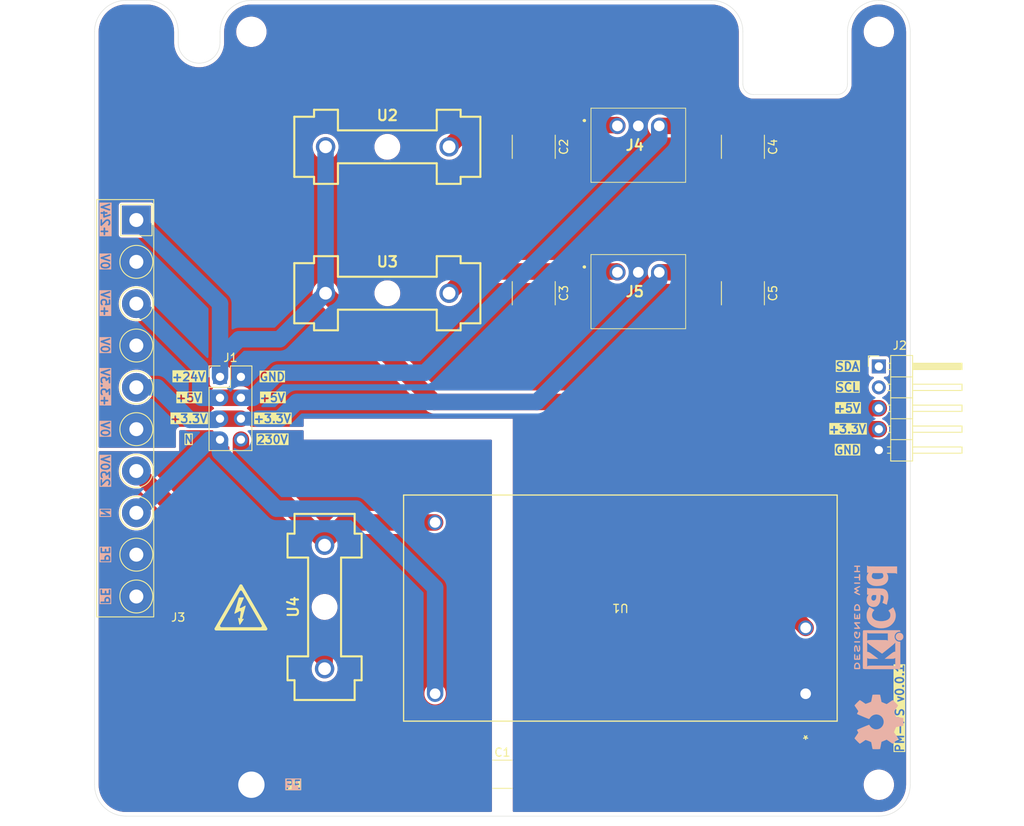
<source format=kicad_pcb>
(kicad_pcb (version 20240108) (generator "pcbnew") (generator_version "8.0")
  (title_block (title "${article} v${version}"))
  (layers (0 "F.Cu" signal) (31 "B.Cu" signal) (34 "B.Paste" user) (35 "F.Paste" user) (36 "B.SilkS" user "B.Silkscreen") (37 "F.SilkS" user "F.Silkscreen") (38 "B.Mask" user) (39 "F.Mask" user) (44 "Edge.Cuts" user))
  (property "article" "PM-PS")
  (property "version" "0.0.1")
  (net 0 "")
  (net 1 "GND")
  (net 4 "+5V")
  (net 5 "+3.3V")
  (net 6 "PE")
  (net 7 "230V")
  (net 8 "N")
  (net 9 "+24V")
  (net 10 "Net-(J4-VIN)")
  (net 11 "Net-(J5-VIN)")
  (net 12 "Net-(J3-Pin_7)")
  (footprint "kicad_inventree_lib:K7805-2000R3" (layer "F.Cu") (at 88.9 83.82)
    (property "Reference" "J5" (at 2.115 2.35 0) (layer "F.SilkS") (effects (font (size 1.27 1.27) (thickness 0.254))))
    (property "Value" "K7803-2000R3" (hide yes))
    (pad "1" thru_hole circle (at 0 0) (size 1.95 1.95) (drill 1.3) (layers "*.Cu" "*.Mask") (net 11 "Net-(J5-VIN)"))
    (pad "2" thru_hole circle (at 2.54 0) (size 1.95 1.95) (drill 1.3) (layers "*.Cu" "*.Mask") (net 1 "GND"))
    (pad "3" thru_hole circle (at 5.08 0) (size 1.95 1.95) (drill 1.3) (layers "*.Cu" "*.Mask") (net 5 "+3.3V"))
  )
  (footprint "MountingHole:MountingHole_3.2mm_M3" (layer "F.Cu") (at 120.65 146.05)
    (property "Reference" "H3" (hide yes))
    (property "Value" "MountingHole")
    (pad "" np_thru_hole circle (at 0 0) (size 3.2 3.2) (drill 3.2) (layers "*.Cu" "*.Mask"))
  )
  (footprint "kicad_inventree_lib:C_2220_5750Metric_Pad1.97x5.40mm_HandSolder" (layer "F.Cu") (at 78.74 86.36 -90)
    (property "Reference" "C3" (at 0 -3.65 90) (layer "F.SilkS"))
    (property "Value" "22uF")
    (pad "1" smd roundrect (at -2.6375 0 270) (size 1.975 5.4) (layers "F.Cu" "F.Paste" "F.Mask") (roundrect_rratio 0.126582) (net 11 "Net-(J5-VIN)"))
    (pad "2" smd roundrect (at 2.6375 0 270) (size 1.975 5.4) (layers "F.Cu" "F.Paste" "F.Mask") (roundrect_rratio 0.126582) (net 1 "GND"))
  )
  (footprint "kicad_inventree_lib:C_2220_5750Metric_Pad1.97x5.40mm_HandSolder" (layer "F.Cu") (at 104.14 86.36 -90)
    (property "Reference" "C5" (at 0 -3.65 90) (layer "F.SilkS"))
    (property "Value" "22uF")
    (pad "1" smd roundrect (at -2.6375 0 270) (size 1.975 5.4) (layers "F.Cu" "F.Paste" "F.Mask") (roundrect_rratio 0.126582) (net 5 "+3.3V"))
    (pad "2" smd roundrect (at 2.6375 0 270) (size 1.975 5.4) (layers "F.Cu" "F.Paste" "F.Mask") (roundrect_rratio 0.126582) (net 1 "GND"))
  )
  (footprint "kicad_inventree_lib:IRM-20-24_MWU" (layer "F.Cu") (at 111.76 135 180)
    (property "Reference" "U1" (at 22.500006 10.401698 180) (layer "F.SilkS"))
    (property "Value" "IRM-20-24")
    (fp_text user "*" (at 0 -5 180) (layer "F.SilkS"))
    (pad "1" thru_hole circle (at 0 0 180) (size 1.8034 1.8034) (drill 1.2954) (layers "*.Cu" "*.Mask") (net 1 "GND"))
    (pad "2" thru_hole circle (at 0 7.999999 180) (size 1.8034 1.8034) (drill 1.2954) (layers "*.Cu" "*.Mask") (net 9 "+24V"))
    (pad "3" thru_hole circle (at 45.000012 20.799999 180) (size 1.8034 1.8034) (drill 1.2954) (layers "*.Cu" "*.Mask") (net 7 "230V"))
    (pad "4" thru_hole circle (at 45.000012 0 180) (size 1.8034 1.8034) (drill 1.2954) (layers "*.Cu" "*.Mask") (net 8 "N"))
  )
  (footprint "kicad_inventree_lib:C_2220_5750Metric_Pad1.97x5.40mm_HandSolder" (layer "F.Cu") (at 104.14 68.58 -90)
    (property "Reference" "C4" (at 0 -3.65 90) (layer "F.SilkS"))
    (property "Value" "22uF")
    (pad "1" smd roundrect (at -2.6375 0 270) (size 1.975 5.4) (layers "F.Cu" "F.Paste" "F.Mask") (roundrect_rratio 0.126582) (net 4 "+5V"))
    (pad "2" smd roundrect (at 2.6375 0 270) (size 1.975 5.4) (layers "F.Cu" "F.Paste" "F.Mask") (roundrect_rratio 0.126582) (net 1 "GND"))
  )
  (footprint "Capacitor_SMD:C_1812_4532Metric_Pad1.57x3.40mm_HandSolder" (layer "F.Cu") (at 74.93 144.78)
    (property "Reference" "C1" (at 0 -2.65 0) (layer "F.SilkS"))
    (property "Value" "4.7nF 2kV")
    (pad "1" smd roundrect (at -2.1375 0) (size 1.575 3.4) (layers "F.Cu" "F.Paste" "F.Mask") (roundrect_rratio 0.15873) (net 6 "PE"))
    (pad "2" smd roundrect (at 2.1375 0) (size 1.575 3.4) (layers "F.Cu" "F.Paste" "F.Mask") (roundrect_rratio 0.15873) (net 1 "GND"))
  )
  (footprint "NextPCB:Fuseholder" (layer "F.Cu") (at 60.96 86.36)
    (property "Reference" "U3" (at 0 -3.81 0) (layer "F.SilkS") (effects (font (size 1.27 1.27) (thickness 0.254))))
    (property "Value" "64900001039" (hide yes))
    (pad "" np_thru_hole circle (at 0 0) (size 2.65 2.65) (drill 2.65) (layers "*.Cu" "*.Mask"))
    (pad "1" thru_hole circle (at -7.5 0) (size 2.35 2.35) (drill 1.55) (layers "*.Cu" "*.Mask") (net 9 "+24V"))
    (pad "2" thru_hole circle (at 7.5 0) (size 2.35 2.35) (drill 1.55) (layers "*.Cu" "*.Mask") (net 11 "Net-(J5-VIN)"))
  )
  (footprint "Connector_PinHeader_2.54mm:PinHeader_1x05_P2.54mm_Horizontal" (layer "F.Cu") (at 120.65 95.25)
    (property "Reference" "J2" (at 2.54 -2.54 0) (layer "F.SilkS"))
    (property "Value" "PinHeader_01x05_P2.54_THT_angle")
    (pad "1" thru_hole rect (at 0 0) (size 1.7 1.7) (drill 1) (layers "*.Cu" "*.Mask"))
    (pad "2" thru_hole oval (at 0 2.54) (size 1.7 1.7) (drill 1) (layers "*.Cu" "*.Mask"))
    (pad "3" thru_hole oval (at 0 5.08) (size 1.7 1.7) (drill 1) (layers "*.Cu" "*.Mask") (net 4 "+5V"))
    (pad "4" thru_hole oval (at 0 7.62) (size 1.7 1.7) (drill 1) (layers "*.Cu" "*.Mask") (net 5 "+3.3V"))
    (pad "5" thru_hole oval (at 0 10.16) (size 1.7 1.7) (drill 1) (layers "*.Cu" "*.Mask") (net 1 "GND"))
  )
  (footprint "NextPCB:Fuseholder" (layer "F.Cu") (at 53.34 124.46 90)
    (property "Reference" "U4" (at 0 -3.81 90) (layer "F.SilkS") (effects (font (size 1.27 1.27) (thickness 0.254))))
    (property "Value" "64900001039" (hide yes))
    (pad "" np_thru_hole circle (at 0 0 90) (size 2.65 2.65) (drill 2.65) (layers "*.Cu" "*.Mask"))
    (pad "1" thru_hole circle (at -7.5 0 90) (size 2.35 2.35) (drill 1.55) (layers "*.Cu" "*.Mask") (net 12 "Net-(J3-Pin_7)"))
    (pad "2" thru_hole circle (at 7.5 0 90) (size 2.35 2.35) (drill 1.55) (layers "*.Cu" "*.Mask") (net 7 "230V"))
  )
  (footprint "MountingHole:MountingHole_3.2mm_M3" (layer "F.Cu") (at 44.45 54.61)
    (property "Reference" "H1" (hide yes))
    (property "Value" "MountingHole")
    (pad "" np_thru_hole circle (at 0 0) (size 3.2 3.2) (drill 3.2) (layers "*.Cu" "*.Mask"))
  )
  (footprint "kicad_inventree_lib:symbol_high_voltage" (layer "F.Cu") (at 43.18 124.46)
    (property "Reference" "REF**" (hide yes))
    (property "Value" "symbol_high_voltage")
  )
  (footprint "kicad_inventree_lib:Degson_2EDGR-5.08-10P" (layer "F.Cu") (at 30.48 77.47 -90)
    (property "Reference" "J3" (at 48.26 -5.08 0) (layer "F.SilkS"))
    (property "Value" "2EDGR-5.08-10P" (hide yes))
    (pad "1" thru_hole rect (at 0 0 270) (size 3.5 3.5) (drill 1.7) (layers "*.Cu" "*.Mask") (net 9 "+24V"))
    (pad "2" thru_hole circle (at 5.08 0 270) (size 3.5 3.5) (drill 1.7) (layers "*.Cu" "*.Mask") (net 1 "GND"))
    (pad "3" thru_hole circle (at 10.16 0 270) (size 3.5 3.5) (drill 1.7) (layers "*.Cu" "*.Mask") (net 4 "+5V"))
    (pad "4" thru_hole circle (at 15.24 0 270) (size 3.5 3.5) (drill 1.7) (layers "*.Cu" "*.Mask") (net 1 "GND"))
    (pad "5" thru_hole circle (at 20.32 0 270) (size 3.5 3.5) (drill 1.7) (layers "*.Cu" "*.Mask") (net 5 "+3.3V"))
    (pad "6" thru_hole circle (at 25.4 0 270) (size 3.5 3.5) (drill 1.7) (layers "*.Cu" "*.Mask") (net 1 "GND"))
    (pad "7" thru_hole circle (at 30.48 0 270) (size 3.5 3.5) (drill 1.7) (layers "*.Cu" "*.Mask") (net 12 "Net-(J3-Pin_7)"))
    (pad "8" thru_hole circle (at 35.56 0 270) (size 3.5 3.5) (drill 1.7) (layers "*.Cu" "*.Mask") (net 8 "N"))
    (pad "9" thru_hole circle (at 40.64 0 270) (size 3.5 3.5) (drill 1.7) (layers "*.Cu" "*.Mask") (net 6 "PE"))
    (pad "10" thru_hole circle (at 45.72 0 270) (size 3.5 3.5) (drill 1.7) (layers "*.Cu" "*.Mask") (net 6 "PE"))
  )
  (footprint "kicad_inventree_lib:PM-front-02x04" (layer "F.Cu") (at 39.37 100.33)
    (property "Reference" "J1" (at 2.54 -6.14 0) (layer "F.SilkS"))
    (property "Value" "~")
    (pad "1" thru_hole rect (at 1.27 -3.81) (size 1.7 1.7) (drill 1) (layers "*.Cu" "*.Mask") (net 9 "+24V"))
    (pad "2" thru_hole oval (at 3.81 -3.81) (size 1.7 1.7) (drill 1) (layers "*.Cu" "*.Mask") (net 1 "GND"))
    (pad "3" thru_hole oval (at 1.27 -1.27) (size 1.7 1.7) (drill 1) (layers "*.Cu" "*.Mask") (net 4 "+5V"))
    (pad "4" thru_hole oval (at 3.81 -1.27) (size 1.7 1.7) (drill 1) (layers "*.Cu" "*.Mask") (net 4 "+5V"))
    (pad "5" thru_hole oval (at 1.27 1.27) (size 1.7 1.7) (drill 1) (layers "*.Cu" "*.Mask") (net 5 "+3.3V"))
    (pad "6" thru_hole oval (at 3.81 1.27) (size 1.7 1.7) (drill 1) (layers "*.Cu" "*.Mask") (net 5 "+3.3V"))
    (pad "7" thru_hole oval (at 1.27 3.81) (size 1.7 1.7) (drill 1) (layers "*.Cu" "*.Mask") (net 8 "N"))
    (pad "8" thru_hole oval (at 3.81 3.81) (size 1.7 1.7) (drill 1) (layers "*.Cu" "*.Mask") (net 7 "230V"))
  )
  (footprint "NextPCB:Fuseholder" (layer "F.Cu") (at 60.96 68.58)
    (property "Reference" "U2" (at 0 -3.81 0) (layer "F.SilkS") (effects (font (size 1.27 1.27) (thickness 0.254))))
    (property "Value" "64900001039" (hide yes))
    (pad "" np_thru_hole circle (at 0 0) (size 2.65 2.65) (drill 2.65) (layers "*.Cu" "*.Mask"))
    (pad "1" thru_hole circle (at -7.5 0) (size 2.35 2.35) (drill 1.55) (layers "*.Cu" "*.Mask") (net 9 "+24V"))
    (pad "2" thru_hole circle (at 7.5 0) (size 2.35 2.35) (drill 1.55) (layers "*.Cu" "*.Mask") (net 10 "Net-(J4-VIN)"))
  )
  (footprint "kicad_inventree_lib:PE" (layer "F.Cu") (at 44.45 146.05)
    (property "Reference" "PE1" (hide yes))
    (property "Value" "PE")
    (pad "1" thru_hole oval (at 0 0) (size 6.35 6.35) (drill 3.2) (layers "*.Cu" "*.Mask") (net 6 "PE"))
  )
  (footprint "kicad_inventree_lib:C_2220_5750Metric_Pad1.97x5.40mm_HandSolder" (layer "F.Cu") (at 78.74 68.58 -90)
    (property "Reference" "C2" (at 0 -3.65 90) (layer "F.SilkS"))
    (property "Value" "22uF")
    (pad "1" smd roundrect (at -2.6375 0 270) (size 1.975 5.4) (layers "F.Cu" "F.Paste" "F.Mask") (roundrect_rratio 0.126582) (net 10 "Net-(J4-VIN)"))
    (pad "2" smd roundrect (at 2.6375 0 270) (size 1.975 5.4) (layers "F.Cu" "F.Paste" "F.Mask") (roundrect_rratio 0.126582) (net 1 "GND"))
  )
  (footprint "kicad_inventree_lib:K7805-2000R3" (layer "F.Cu") (at 88.9 66.04)
    (property "Reference" "J4" (at 2.115 2.35 0) (layer "F.SilkS") (effects (font (size 1.27 1.27) (thickness 0.254))))
    (property "Value" "K7805-2000R3" (hide yes))
    (pad "1" thru_hole circle (at 0 0) (size 1.95 1.95) (drill 1.3) (layers "*.Cu" "*.Mask") (net 10 "Net-(J4-VIN)"))
    (pad "2" thru_hole circle (at 2.54 0) (size 1.95 1.95) (drill 1.3) (layers "*.Cu" "*.Mask") (net 1 "GND"))
    (pad "3" thru_hole circle (at 5.08 0) (size 1.95 1.95) (drill 1.3) (layers "*.Cu" "*.Mask") (net 4 "+5V"))
  )
  (footprint "MountingHole:MountingHole_3.2mm_M3" (layer "F.Cu") (at 120.65 54.61)
    (property "Reference" "H2" (hide yes))
    (property "Value" "MountingHole")
    (pad "" np_thru_hole circle (at 0 0) (size 3.2 3.2) (drill 3.2) (layers "*.Cu" "*.Mask"))
  )
  (footprint "Symbol:KiCad-Logo2_5mm_SilkScreen" (layer "B.Cu") (at 120.65 125.73 90)
    (property "Reference" "kicad_logo" (hide yes))
    (property "Value" "KiCad-Logo2_5mm_SilkScreen" (hide yes))
  )
  (footprint "Symbol:OSHW-Symbol_6.7x6mm_SilkScreen" (layer "B.Cu") (at 120.65 138.43 90)
    (property "Reference" "oshw_logo" (hide yes))
    (property "Value" "OSHW-Symbol_6.7x6mm_SilkScreen" (hide yes))
  )
  (gr_line (start 29.21 50.8) (end 31.75 50.8) (stroke (width 0.05)) (layer "Edge.Cuts"))
  (gr_arc (start 38.1 58.42) (mid 36.303949 57.676051) (end 35.56 55.88) (stroke (width 0.05)) (layer "Edge.Cuts"))
  (gr_arc (start 29.21 149.86) (mid 26.515923 148.744077) (end 25.4 146.05) (stroke (width 0.05)) (layer "Edge.Cuts"))
  (gr_arc (start 31.75 50.8) (mid 34.444077 51.915923) (end 35.56 54.61) (stroke (width 0.05)) (layer "Edge.Cuts"))
  (gr_arc (start 25.4 54.61) (mid 26.515923 51.915923) (end 29.21 50.8) (stroke (width 0.05)) (layer "Edge.Cuts"))
  (gr_arc (start 40.64 54.61) (mid 41.755923 51.915923) (end 44.45 50.8) (stroke (width 0.05)) (layer "Edge.Cuts"))
  (gr_arc (start 116.84 60.96) (mid 116.468026 61.858026) (end 115.57 62.23) (stroke (width 0.05)) (layer "Edge.Cuts"))
  (gr_arc (start 116.84 54.61) (mid 117.955923 51.915923) (end 120.65 50.8) (stroke (width 0.05)) (layer "Edge.Cuts"))
  (gr_line (start 116.84 54.61) (end 116.84 60.96) (stroke (width 0.05)) (layer "Edge.Cuts"))
  (gr_line (start 25.4 146.05) (end 25.4 54.61) (stroke (width 0.05)) (layer "Edge.Cuts"))
  (gr_arc (start 40.64 55.88) (mid 39.896051 57.676051) (end 38.1 58.42) (stroke (width 0.05)) (layer "Edge.Cuts"))
  (gr_line (start 120.65 149.86) (end 29.21 149.86) (stroke (width 0.05)) (layer "Edge.Cuts"))
  (gr_arc (start 105.41 62.23) (mid 104.511974 61.858026) (end 104.14 60.96) (stroke (width 0.05)) (layer "Edge.Cuts"))
  (gr_line (start 124.46 54.61) (end 124.46 146.05) (stroke (width 0.05)) (layer "Edge.Cuts"))
  (gr_arc (start 100.33 50.8) (mid 103.024077 51.915923) (end 104.14 54.61) (stroke (width 0.05)) (layer "Edge.Cuts"))
  (gr_arc (start 120.65 50.8) (mid 123.344077 51.915923) (end 124.46 54.61) (stroke (width 0.05)) (layer "Edge.Cuts"))
  (gr_line (start 35.56 55.88) (end 35.56 54.61) (stroke (width 0.05)) (layer "Edge.Cuts"))
  (gr_line (start 105.41 62.23) (end 115.57 62.23) (stroke (width 0.05)) (layer "Edge.Cuts"))
  (gr_arc (start 124.46 146.05) (mid 123.344077 148.744077) (end 120.65 149.86) (stroke (width 0.05)) (layer "Edge.Cuts"))
  (gr_line (start 104.14 54.61) (end 104.14 60.96) (stroke (width 0.05)) (layer "Edge.Cuts"))
  (gr_line (start 40.64 54.61) (end 40.64 55.88) (stroke (width 0.05)) (layer "Edge.Cuts"))
  (gr_line (start 44.45 50.8) (end 100.33 50.8) (stroke (width 0.05)) (layer "Edge.Cuts"))
  (gr_text "N" (at 26.67 113.03 270) (layer "B.SilkS" knockout) (effects (font (size 1 1) (thickness 0.2) (bold yes)) (justify mirror)))
  (gr_text "0V" (at 26.67 102.87 270) (layer "B.SilkS" knockout) (effects (font (size 1 1) (thickness 0.2) (bold yes)) (justify mirror)))
  (gr_text "PE" (at 49.53 146.05 -0) (layer "B.SilkS" knockout) (effects (font (size 1 1) (thickness 0.2) (bold yes)) (justify mirror)))
  (gr_text "0V" (at 26.67 92.71 270) (layer "B.SilkS" knockout) (effects (font (size 1 1) (thickness 0.2) (bold yes)) (justify mirror)))
  (gr_text "+24V" (at 26.67 77.47 270) (layer "B.SilkS" knockout) (effects (font (size 1 1) (thickness 0.2) (bold yes)) (justify mirror)))
  (gr_text "PE" (at 26.67 118.11 270) (layer "B.SilkS" knockout) (effects (font (size 1 1) (thickness 0.2) (bold yes)) (justify mirror)))
  (gr_text "0V" (at 26.67 82.55 270) (layer "B.SilkS" knockout) (effects (font (size 1 1) (thickness 0.2) (bold yes)) (justify mirror)))
  (gr_text "+5V" (at 26.67 87.63 270) (layer "B.SilkS" knockout) (effects (font (size 1 1) (thickness 0.2) (bold yes)) (justify mirror)))
  (gr_text "+3.3V" (at 26.67 97.79 270) (layer "B.SilkS" knockout) (effects (font (size 1 1) (thickness 0.2) (bold yes)) (justify mirror)))
  (gr_text "PE" (at 26.67 123.19 270) (layer "B.SilkS" knockout) (effects (font (size 1 1) (thickness 0.2) (bold yes)) (justify mirror)))
  (gr_text "230V" (at 26.67 107.95 270) (layer "B.SilkS" knockout) (effects (font (size 1 1) (thickness 0.2) (bold yes)) (justify mirror)))
  (gr_text "+24V" (at 36.83 96.52 0) (layer "F.SilkS" knockout) (effects (font (size 1 1) (thickness 0.2) (bold yes))))
  (gr_text "${article} v${version}" (at 123.19 142.24 90) (layer "F.SilkS" knockout) (effects (font (size 1 1) (thickness 0.2) (bold yes)) (justify left)))
  (gr_text "+3.3V" (at 36.83 101.6 0) (layer "F.SilkS" knockout) (effects (font (size 1 1) (thickness 0.2) (bold yes))))
  (gr_text "GND" (at 116.84 105.41 0) (layer "F.SilkS" knockout) (effects (font (size 1 1) (thickness 0.2) (bold yes))))
  (gr_text "230V" (at 46.99 104.14 0) (layer "F.SilkS" knockout) (effects (font (size 1 1) (thickness 0.2) (bold yes))))
  (gr_text "+3.3V" (at 116.84 102.87 0) (layer "F.SilkS" knockout) (effects (font (size 1 1) (thickness 0.2) (bold yes))))
  (gr_text "PE" (at 49.53 146.05 0) (layer "F.SilkS" knockout) (effects (font (size 1 1) (thickness 0.2) (bold yes))))
  (gr_text "SDA" (at 116.84 95.25 0) (layer "F.SilkS" knockout) (effects (font (size 1 1) (thickness 0.2) (bold yes))))
  (gr_text "N" (at 36.83 104.14 0) (layer "F.SilkS" knockout) (effects (font (size 1 1) (thickness 0.2) (bold yes))))
  (gr_text "+3.3V" (at 46.99 101.6 0) (layer "F.SilkS" knockout) (effects (font (size 1 1) (thickness 0.2) (bold yes))))
  (gr_text "GND" (at 46.99 96.52 0) (layer "F.SilkS" knockout) (effects (font (size 1 1) (thickness 0.2) (bold yes))))
  (gr_text "+5V" (at 36.83 99.06 0) (layer "F.SilkS" knockout) (effects (font (size 1 1) (thickness 0.2) (bold yes))))
  (gr_text "SCL" (at 116.84 97.79 0) (layer "F.SilkS" knockout) (effects (font (size 1 1) (thickness 0.2) (bold yes))))
  (gr_text "+5V" (at 46.99 99.06 0) (layer "F.SilkS" knockout) (effects (font (size 1 1) (thickness 0.2) (bold yes))))
  (gr_text "+5V" (at 116.84 100.33 0) (layer "F.SilkS" knockout) (effects (font (size 1 1) (thickness 0.2) (bold yes))))
  (segment (start 113.03 72.644) (end 113.03 94.742) (width 2) (layer "F.Cu") (net 4))
  (segment (start 113.03 94.742) (end 118.618 100.33) (width 2) (layer "F.Cu") (net 4))
  (segment (start 104.0425 66.04) (end 104.14 65.9425) (width 2) (layer "F.Cu") (net 4))
  (segment (start 104.14 65.9425) (end 106.3285 65.9425) (width 2) (layer "F.Cu") (net 4))
  (segment (start 93.98 66.04) (end 104.0425 66.04) (width 2) (layer "F.Cu") (net 4))
  (segment (start 106.3285 65.9425) (end 113.03 72.644) (width 2) (layer "F.Cu") (net 4))
  (segment (start 43.18 99.06) (end 40.64 99.06) (width 2) (layer "F.Cu") (net 4))
  (segment (start 118.618 100.33) (end 120.65 100.33) (width 2) (layer "F.Cu") (net 4))
  (segment (start 47.68776 96.012) (end 65.532 96.012) (width 2) (layer "B.Cu") (net 4))
  (segment (start 43.18 99.06) (end 44.63976 99.06) (width 2) (layer "B.Cu") (net 4))
  (segment (start 44.63976 99.06) (end 47.68776 96.012) (width 2) (layer "B.Cu") (net 4))
  (segment (start 40.64 99.06) (end 38.3883 99.06) (width 2) (layer "B.Cu") (net 4))
  (segment (start 30.48 87.63) (end 38.2383 95.3883) (width 2) (layer "B.Cu") (net 4))
  (segment (start 65.532 96.012) (end 93.98 67.564) (width 2) (layer "B.Cu") (net 4))
  (segment (start 38.2383 95.3883) (end 38.2383 98.91) (width 2) (layer "B.Cu") (net 4))
  (segment (start 93.98 67.564) (end 93.98 66.04) (width 2) (layer "B.Cu") (net 4))
  (segment (start 38.2383 98.91) (end 38.3883 99.06) (width 2) (layer "B.Cu") (net 4))
  (segment (start 120.65 102.87) (end 116.078 102.87) (width 2) (layer "F.Cu") (net 5))
  (segment (start 93.98 83.82) (end 104.0425 83.82) (width 2) (layer "F.Cu") (net 5))
  (segment (start 106.3285 83.7225) (end 104.14 83.7225) (width 2) (layer "F.Cu") (net 5))
  (segment (start 109.982 87.376) (end 106.3285 83.7225) (width 2) (layer "F.Cu") (net 5))
  (segment (start 43.18 101.6) (end 40.64 101.6) (width 2) (layer "F.Cu") (net 5))
  (segment (start 116.078 102.87) (end 109.982 96.774) (width 2) (layer "F.Cu") (net 5))
  (segment (start 104.0425 83.82) (end 104.14 83.7225) (width 2) (layer "F.Cu") (net 5))
  (segment (start 109.982 96.774) (end 109.982 87.376) (width 2) (layer "F.Cu") (net 5))
  (segment (start 40.1382 101.7398) (end 40.278 101.6) (width 1.6998) (layer "B.Cu") (net 5))
  (segment (start 40.64 101.6) (end 40.278 101.6) (width 2) (layer "B.Cu") (net 5))
  (segment (start 36.9712 101.7398) (end 33.0214 97.79) (width 2) (layer "B.Cu") (net 5))
  (segment (start 49.9458 99.568) (end 47.9138 101.6) (width 2) (layer "B.Cu") (net 5))
  (segment (start 47.9138 101.6) (end 45.2816 101.6) (width 2) (layer "B.Cu") (net 5))
  (segment (start 93.98 83.82) (end 93.98 84.7051) (width 2) (layer "B.Cu") (net 5))
  (segment (start 79.1171 99.568) (end 49.9458 99.568) (width 2) (layer "B.Cu") (net 5))
  (segment (start 36.9712 101.7398) (end 40.1382 101.7398) (width 2) (layer "B.Cu") (net 5))
  (segment (start 33.0214 97.79) (end 30.48 97.79) (width 2) (layer "B.Cu") (net 5))
  (segment (start 93.98 84.7051) (end 79.1171 99.568) (width 2) (layer "B.Cu") (net 5))
  (segment (start 45.2816 101.6) (end 43.18 101.6) (width 1.6998) (layer "B.Cu") (net 5))
  (segment (start 55.6917 114.2) (end 53.34 116.5517) (width 2) (layer "F.Cu") (net 7))
  (segment (start 66.76 114.2) (end 55.6917 114.2) (width 2) (layer "F.Cu") (net 7))
  (segment (start 43.18 104.14) (end 43.18 106.3917) (width 2) (layer "F.Cu") (net 7))
  (segment (start 43.18 106.3917) (end 53.34 116.5517) (width 2) (layer "F.Cu") (net 7))
  (segment (start 53.34 116.5517) (end 53.34 116.96) (width 2) (layer "F.Cu") (net 7))
  (segment (start 40.64 104.14) (end 39.37 104.14) (width 2) (layer "B.Cu") (net 8))
  (segment (start 57.15 112.522) (end 47.498 112.522) (width 2) (layer "B.Cu") (net 8))
  (segment (start 38.108 105.402) (end 30.48 113.03) (width 2) (layer "B.Cu") (net 8))
  (segment (start 66.76 122.132) (end 57.15 112.522) (width 2) (layer "B.Cu") (net 8))
  (segment (start 66.76 135) (end 66.76 122.132) (width 2) (layer "B.Cu") (net 8))
  (segment (start 39.37 104.14) (end 38.108 105.402) (width 2) (layer "B.Cu") (net 8))
  (segment (start 40.64 105.664) (end 40.64 104.14) (width 2) (layer "B.Cu") (net 8))
  (segment (start 47.498 112.522) (end 40.64 105.664) (width 2) (layer "B.Cu") (net 8))
  (segment (start 111.76 127) (end 84.328 99.568) (width 2) (layer "F.Cu") (net 9))
  (segment (start 84.328 99.568) (end 66.668 99.568) (width 2) (layer "F.Cu") (net 9))
  (segment (start 66.668 99.568) (end 53.46 86.36) (width 2) (layer "F.Cu") (net 9))
  (segment (start 53.46 68.58) (end 53.46 86.36) (width 2) (layer "B.Cu") (net 9))
  (segment (start 40.64 87.63) (end 30.48 77.47) (width 2) (layer "B.Cu") (net 9))
  (segment (start 47.872 91.948) (end 53.46 86.36) (width 2) (layer "B.Cu") (net 9))
  (segment (start 40.64 96.52) (end 40.64 94.2683) (width 2) (layer "B.Cu") (net 9))
  (segment (start 42.9603 91.948) (end 47.872 91.948) (width 2) (layer "B.Cu") (net 9))
  (segment (start 40.64 94.2683) (end 42.9603 91.948) (width 2) (layer "B.Cu") (net 9))
  (segment (start 40.64 94.2683) (end 40.64 87.63) (width 2) (layer "B.Cu") (net 9))
  (segment (start 88.8025 65.9425) (end 78.74 65.9425) (width 2) (layer "F.Cu") (net 10))
  (segment (start 78.74 65.9425) (end 71.0975 65.9425) (width 2) (layer "F.Cu") (net 10))
  (segment (start 71.0975 65.9425) (end 68.46 68.58) (width 2) (layer "F.Cu") (net 10))
  (segment (start 88.9 66.04) (end 88.8025 65.9425) (width 2) (layer "F.Cu") (net 10))
  (segment (start 88.8025 83.7225) (end 78.74 83.7225) (width 2) (layer "F.Cu") (net 11))
  (segment (start 78.74 83.7225) (end 71.0975 83.7225) (width 2) (layer "F.Cu") (net 11))
  (segment (start 71.0975 83.7225) (end 68.46 86.36) (width 2) (layer "F.Cu") (net 11))
  (segment (start 88.9 83.82) (end 88.8025 83.7225) (width 2) (layer "F.Cu") (net 11))
  (segment (start 30.48 107.95) (end 53.34 130.81) (width 2) (layer "F.Cu") (net 12))
  (segment (start 53.34 130.81) (end 53.34 131.96) (width 2) (layer "F.Cu") (net 12))
  (zone (net 6) (net_name "PE") (layers "F&B.Cu") (priority 1) (connect_pads yes (clearance 0)) (min_thickness 0.25) (fill yes (thermal_gap 0.5) (thermal_bridge_width 0.5))
    (polygon (pts (xy 73.66 149.86) (xy 73.66 104.14) (xy 50.8 104.14) (xy 50.8 102.997) (xy 35.687 102.997) (xy 35.687 105.537) (xy 25.4 105.537) (xy 25.4 149.86)))
  )
  (zone (net 1) (net_name "GND") (layers "F&B.Cu") (connect_pads yes (clearance 0)) (min_thickness 0.25) (fill yes (thermal_gap 0.5) (thermal_bridge_width 0.5))
    (polygon (pts (xy 25.4 50.8) (xy 25.4 105.283) (xy 35.433 105.283) (xy 35.433 102.743) (xy 50.8 102.743) (xy 50.8 101.6) (xy 76.2 101.6) (xy 76.2 149.86) (xy 124.46 149.86) (xy 124.46 50.8)))
  )
)
</source>
